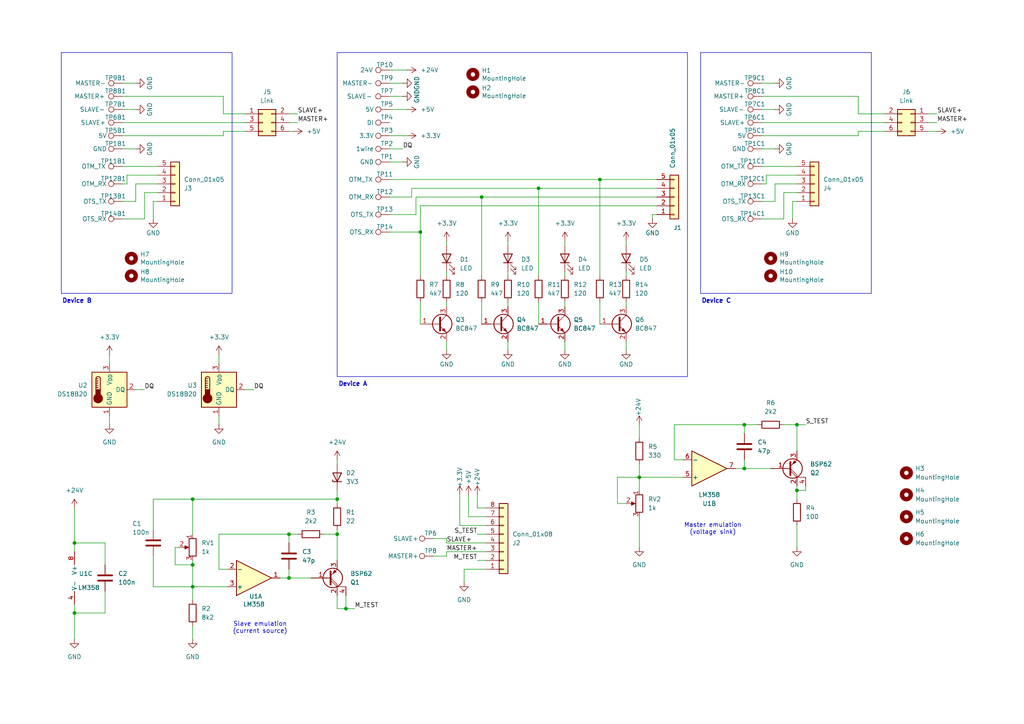
<source format=kicad_sch>
(kicad_sch (version 20250114) (generator "eeschema") (generator_version "9.0")
  (paper "A4")
  (rectangle (start 97.79 15.24) (end 199.39 109.22))
  (rectangle (start 203.2 15.24) (end 252.73 85.09))
  (rectangle (start 17.78 15.24) (end 67.31 85.09))
  (text "Master emulation\n(voltage sink)" (at 206.756 153.416 0) (effects (font (size 1.27 1.27))))
  (text "Slave emulation\n(current source)" (at 75.438 182.118 0) (effects (font (size 1.27 1.27))))
  (text "Device B" (at 22.352 87.376 0) (effects (font (size 1.27 1.27) (thickness 0.254) (bold yes))))
  (text "Device A" (at 102.362 111.506 0) (effects (font (size 1.27 1.27) (thickness 0.254) (bold yes))))
  (text "Device C" (at 207.772 87.376 0) (effects (font (size 1.27 1.27) (thickness 0.254) (bold yes))))
  (junction (at 173.99 52.07))
  (junction (at 121.92 67.31))
  (junction (at 83.82 167.64))
  (junction (at 215.9 123.19))
  (junction (at 97.79 154.94))
  (junction (at 97.79 144.78))
  (junction (at 185.42 138.43))
  (junction (at 100.33 176.53))
  (junction (at 55.88 163.83))
  (junction (at 55.88 144.78))
  (junction (at 231.14 123.19))
  (junction (at 156.21 54.61))
  (junction (at 55.88 170.18))
  (junction (at 231.14 142.24))
  (junction (at 83.82 154.94))
  (junction (at 139.7 57.15))
  (junction (at 215.9 135.89))
  (junction (at 21.59 157.48))
  (junction (at 21.59 177.8))
  (wire (pts (xy 63.5 120.65) (xy 63.5 123.19)))
  (wire (pts (xy 113.03 67.31) (xy 121.92 67.31)))
  (wire (pts (xy 97.79 176.53) (xy 100.33 176.53)))
  (wire (pts (xy 64.77 39.37) (xy 64.77 38.1)))
  (wire (pts (xy 185.42 138.43) (xy 198.12 138.43)))
  (wire (pts (xy 63.5 154.94) (xy 83.82 154.94)))
  (wire (pts (xy 231.14 58.42) (xy 229.87 58.42)))
  (wire (pts (xy 41.91 55.88) (xy 45.72 55.88)))
  (wire (pts (xy 220.98 43.18) (xy 224.79 43.18)))
  (wire (pts (xy 113.03 57.15) (xy 119.38 57.15)))
  (wire (pts (xy 139.7 87.63) (xy 139.7 93.98)))
  (wire (pts (xy 36.83 50.8) (xy 45.72 50.8)))
  (wire (pts (xy 129.54 78.74) (xy 129.54 80.01)))
  (wire (pts (xy 125.73 156.21) (xy 129.54 156.21)))
  (wire (pts (xy 55.88 162.56) (xy 55.88 163.83)))
  (wire (pts (xy 135.89 143.51) (xy 135.89 149.86)))
  (wire (pts (xy 138.43 162.56) (xy 140.97 162.56)))
  (wire (pts (xy 50.8 158.75) (xy 50.8 163.83)))
  (wire (pts (xy 83.82 154.94) (xy 83.82 157.48)))
  (wire (pts (xy 121.92 87.63) (xy 121.92 93.98)))
  (wire (pts (xy 215.9 135.89) (xy 223.52 135.89)))
  (wire (pts (xy 220.98 35.56) (xy 256.54 35.56)))
  (wire (pts (xy 147.32 78.74) (xy 147.32 80.01)))
  (wire (pts (xy 64.77 38.1) (xy 71.12 38.1)))
  (wire (pts (xy 39.37 58.42) (xy 39.37 53.34)))
  (wire (pts (xy 215.9 133.35) (xy 215.9 135.89)))
  (wire (pts (xy 50.8 158.75) (xy 52.07 158.75)))
  (wire (pts (xy 231.14 140.97) (xy 231.14 142.24)))
  (wire (pts (xy 147.32 69.85) (xy 147.32 71.12)))
  (wire (pts (xy 121.92 67.31) (xy 121.92 59.69)))
  (wire (pts (xy 66.04 165.1) (xy 63.5 165.1)))
  (wire (pts (xy 220.98 58.42) (xy 224.79 58.42)))
  (wire (pts (xy 64.77 27.94) (xy 64.77 33.02)))
  (wire (pts (xy 222.25 53.34) (xy 222.25 50.8)))
  (wire (pts (xy 185.42 138.43) (xy 185.42 142.24)))
  (wire (pts (xy 31.75 120.65) (xy 31.75 123.19)))
  (wire (pts (xy 83.82 35.56) (xy 86.36 35.56)))
  (wire (pts (xy 269.24 33.02) (xy 271.78 33.02)))
  (wire (pts (xy 231.14 123.19) (xy 231.14 130.81)))
  (wire (pts (xy 227.33 123.19) (xy 231.14 123.19)))
  (wire (pts (xy 21.59 177.8) (xy 21.59 185.42)))
  (wire (pts (xy 195.58 133.35) (xy 195.58 123.19)))
  (wire (pts (xy 97.79 144.78) (xy 97.79 146.05)))
  (wire (pts (xy 44.45 58.42) (xy 44.45 63.5)))
  (wire (pts (xy 156.21 54.61) (xy 156.21 80.01)))
  (wire (pts (xy 120.65 62.23) (xy 120.65 57.15)))
  (wire (pts (xy 147.32 99.06) (xy 147.32 101.6)))
  (wire (pts (xy 163.83 69.85) (xy 163.83 71.12)))
  (wire (pts (xy 97.79 142.24) (xy 97.79 144.78)))
  (wire (pts (xy 41.91 63.5) (xy 41.91 55.88)))
  (wire (pts (xy 21.59 157.48) (xy 21.59 160.02)))
  (wire (pts (xy 113.03 46.99) (xy 116.84 46.99)))
  (wire (pts (xy 231.14 152.4) (xy 231.14 158.75)))
  (wire (pts (xy 147.32 87.63) (xy 147.32 88.9)))
  (wire (pts (xy 156.21 54.61) (xy 190.5 54.61)))
  (wire (pts (xy 139.7 57.15) (xy 190.5 57.15)))
  (wire (pts (xy 83.82 154.94) (xy 86.36 154.94)))
  (wire (pts (xy 35.56 24.13) (xy 39.37 24.13)))
  (wire (pts (xy 179.07 146.05) (xy 179.07 138.43)))
  (wire (pts (xy 220.98 53.34) (xy 222.25 53.34)))
  (wire (pts (xy 30.48 177.8) (xy 21.59 177.8)))
  (wire (pts (xy 189.23 62.23) (xy 189.23 63.5)))
  (wire (pts (xy 181.61 69.85) (xy 181.61 71.12)))
  (wire (pts (xy 35.56 63.5) (xy 41.91 63.5)))
  (wire (pts (xy 113.03 27.94) (xy 116.84 27.94)))
  (wire (pts (xy 100.33 176.53) (xy 102.87 176.53)))
  (wire (pts (xy 66.04 170.18) (xy 55.88 170.18)))
  (wire (pts (xy 213.36 135.89) (xy 215.9 135.89)))
  (wire (pts (xy 100.33 172.72) (xy 100.33 176.53)))
  (wire (pts (xy 198.12 133.35) (xy 195.58 133.35)))
  (wire (pts (xy 121.92 67.31) (xy 121.92 80.01)))
  (wire (pts (xy 31.75 102.87) (xy 31.75 105.41)))
  (wire (pts (xy 97.79 144.78) (xy 55.88 144.78)))
  (wire (pts (xy 50.8 163.83) (xy 55.88 163.83)))
  (wire (pts (xy 195.58 123.19) (xy 215.9 123.19)))
  (wire (pts (xy 190.5 62.23) (xy 189.23 62.23)))
  (wire (pts (xy 83.82 165.1) (xy 83.82 167.64)))
  (wire (pts (xy 140.97 157.48) (xy 129.54 157.48)))
  (wire (pts (xy 55.88 170.18) (xy 55.88 173.99)))
  (wire (pts (xy 224.79 58.42) (xy 224.79 53.34)))
  (wire (pts (xy 220.98 24.13) (xy 224.79 24.13)))
  (wire (pts (xy 35.56 48.26) (xy 45.72 48.26)))
  (wire (pts (xy 35.56 58.42) (xy 39.37 58.42)))
  (wire (pts (xy 248.92 39.37) (xy 248.92 38.1)))
  (wire (pts (xy 231.14 142.24) (xy 231.14 144.78)))
  (wire (pts (xy 55.88 163.83) (xy 55.88 170.18)))
  (wire (pts (xy 181.61 87.63) (xy 181.61 88.9)))
  (wire (pts (xy 129.54 160.02) (xy 129.54 161.29)))
  (wire (pts (xy 215.9 123.19) (xy 219.71 123.19)))
  (wire (pts (xy 97.79 154.94) (xy 97.79 162.56)))
  (wire (pts (xy 121.92 59.69) (xy 190.5 59.69)))
  (wire (pts (xy 185.42 123.19) (xy 185.42 127)))
  (wire (pts (xy 120.65 57.15) (xy 139.7 57.15)))
  (wire (pts (xy 97.79 153.67) (xy 97.79 154.94)))
  (wire (pts (xy 133.35 143.51) (xy 133.35 152.4)))
  (wire (pts (xy 185.42 149.86) (xy 185.42 158.75)))
  (wire (pts (xy 129.54 156.21) (xy 129.54 157.48)))
  (wire (pts (xy 44.45 170.18) (xy 55.88 170.18)))
  (wire (pts (xy 138.43 154.94) (xy 140.97 154.94)))
  (wire (pts (xy 133.35 152.4) (xy 140.97 152.4)))
  (wire (pts (xy 113.03 43.18) (xy 116.84 43.18)))
  (wire (pts (xy 224.79 53.34) (xy 231.14 53.34)))
  (wire (pts (xy 36.83 53.34) (xy 36.83 50.8)))
  (wire (pts (xy 35.56 43.18) (xy 39.37 43.18)))
  (wire (pts (xy 63.5 165.1) (xy 63.5 154.94)))
  (wire (pts (xy 181.61 146.05) (xy 179.07 146.05)))
  (wire (pts (xy 119.38 54.61) (xy 156.21 54.61)))
  (wire (pts (xy 248.92 27.94) (xy 248.92 33.02)))
  (wire (pts (xy 30.48 163.83) (xy 30.48 157.48)))
  (wire (pts (xy 215.9 123.19) (xy 215.9 125.73)))
  (wire (pts (xy 39.37 53.34) (xy 45.72 53.34)))
  (wire (pts (xy 21.59 175.26) (xy 21.59 177.8)))
  (wire (pts (xy 55.88 144.78) (xy 55.88 154.94)))
  (wire (pts (xy 119.38 57.15) (xy 119.38 54.61)))
  (wire (pts (xy 44.45 144.78) (xy 44.45 153.67)))
  (wire (pts (xy 233.68 142.24) (xy 231.14 142.24)))
  (wire (pts (xy 185.42 134.62) (xy 185.42 138.43)))
  (wire (pts (xy 248.92 33.02) (xy 256.54 33.02)))
  (wire (pts (xy 173.99 52.07) (xy 190.5 52.07)))
  (wire (pts (xy 97.79 172.72) (xy 97.79 176.53)))
  (wire (pts (xy 163.83 99.06) (xy 163.83 101.6)))
  (wire (pts (xy 45.72 58.42) (xy 44.45 58.42)))
  (wire (pts (xy 269.24 35.56) (xy 271.78 35.56)))
  (wire (pts (xy 138.43 143.51) (xy 138.43 147.32)))
  (wire (pts (xy 113.03 39.37) (xy 118.11 39.37)))
  (wire (pts (xy 220.98 31.75) (xy 224.79 31.75)))
  (wire (pts (xy 231.14 123.19) (xy 233.68 123.19)))
  (wire (pts (xy 21.59 147.32) (xy 21.59 157.48)))
  (wire (pts (xy 269.24 38.1) (xy 271.78 38.1)))
  (wire (pts (xy 71.12 113.03) (xy 73.66 113.03)))
  (wire (pts (xy 35.56 27.94) (xy 64.77 27.94)))
  (wire (pts (xy 227.33 63.5) (xy 227.33 55.88)))
  (wire (pts (xy 129.54 161.29) (xy 125.73 161.29)))
  (wire (pts (xy 113.03 20.32) (xy 118.11 20.32)))
  (wire (pts (xy 134.62 165.1) (xy 134.62 168.91)))
  (wire (pts (xy 220.98 48.26) (xy 231.14 48.26)))
  (wire (pts (xy 135.89 149.86) (xy 140.97 149.86)))
  (wire (pts (xy 21.59 157.48) (xy 30.48 157.48)))
  (wire (pts (xy 97.79 133.35) (xy 97.79 134.62)))
  (wire (pts (xy 55.88 144.78) (xy 44.45 144.78)))
  (wire (pts (xy 55.88 181.61) (xy 55.88 185.42)))
  (wire (pts (xy 35.56 53.34) (xy 36.83 53.34)))
  (wire (pts (xy 35.56 39.37) (xy 64.77 39.37)))
  (wire (pts (xy 83.82 38.1) (xy 85.09 38.1)))
  (wire (pts (xy 139.7 57.15) (xy 139.7 80.01)))
  (wire (pts (xy 220.98 63.5) (xy 227.33 63.5)))
  (wire (pts (xy 35.56 35.56) (xy 71.12 35.56)))
  (wire (pts (xy 181.61 99.06) (xy 181.61 101.6)))
  (wire (pts (xy 163.83 78.74) (xy 163.83 80.01)))
  (wire (pts (xy 222.25 50.8) (xy 231.14 50.8)))
  (wire (pts (xy 83.82 167.64) (xy 90.17 167.64)))
  (wire (pts (xy 220.98 39.37) (xy 248.92 39.37)))
  (wire (pts (xy 173.99 87.63) (xy 173.99 93.98)))
  (wire (pts (xy 156.21 87.63) (xy 156.21 93.98)))
  (wire (pts (xy 113.03 24.13) (xy 116.84 24.13)))
  (wire (pts (xy 113.03 31.75) (xy 118.11 31.75)))
  (wire (pts (xy 140.97 147.32) (xy 138.43 147.32)))
  (wire (pts (xy 63.5 102.87) (xy 63.5 105.41)))
  (wire (pts (xy 30.48 171.45) (xy 30.48 177.8)))
  (wire (pts (xy 163.83 87.63) (xy 163.83 88.9)))
  (wire (pts (xy 248.92 38.1) (xy 256.54 38.1)))
  (wire (pts (xy 35.56 31.75) (xy 39.37 31.75)))
  (wire (pts (xy 233.68 140.97) (xy 233.68 142.24)))
  (wire (pts (xy 181.61 78.74) (xy 181.61 80.01)))
  (wire (pts (xy 113.03 52.07) (xy 173.99 52.07)))
  (wire (pts (xy 81.28 167.64) (xy 83.82 167.64)))
  (wire (pts (xy 140.97 160.02) (xy 129.54 160.02)))
  (wire (pts (xy 93.98 154.94) (xy 97.79 154.94)))
  (wire (pts (xy 220.98 27.94) (xy 248.92 27.94)))
  (wire (pts (xy 113.03 62.23) (xy 120.65 62.23)))
  (wire (pts (xy 64.77 33.02) (xy 71.12 33.02)))
  (wire (pts (xy 229.87 58.42) (xy 229.87 63.5)))
  (wire (pts (xy 129.54 87.63) (xy 129.54 88.9)))
  (wire (pts (xy 39.37 113.03) (xy 41.91 113.03)))
  (wire (pts (xy 83.82 33.02) (xy 86.36 33.02)))
  (wire (pts (xy 179.07 138.43) (xy 185.42 138.43)))
  (wire (pts (xy 44.45 170.18) (xy 44.45 161.29)))
  (wire (pts (xy 227.33 55.88) (xy 231.14 55.88)))
  (wire (pts (xy 129.54 69.85) (xy 129.54 71.12)))
  (wire (pts (xy 129.54 99.06) (xy 129.54 101.6)))
  (wire (pts (xy 173.99 52.07) (xy 173.99 80.01)))
  (wire (pts (xy 140.97 165.1) (xy 134.62 165.1)))
  (label "MASTER+" (at 86.36 35.56 0))
  (label "M_TEST" (at 138.43 162.56 180))
  (label "DQ" (at 116.84 43.18 0))
  (label "SLAVE+" (at 129.54 157.48 0))
  (label "S_TEST" (at 233.68 123.19 0))
  (label "M_TEST" (at 102.87 176.53 0))
  (label "DQ" (at 73.66 113.03 0))
  (label "S_TEST" (at 138.43 154.94 180))
  (label "SLAVE+" (at 86.36 33.02 0))
  (label "DQ" (at 41.91 113.03 0))
  (label "SLAVE+" (at 271.78 33.02 0))
  (label "MASTER+" (at 129.54 160.02 0))
  (label "MASTER+" (at 271.78 35.56 0))
  (symbol (lib_id "Connector:TestPoint") (at 35.56 63.5 90) (unit 1) (in_bom no)
    (property "Reference" "TP14B1" (at 36.576 61.976 90) (effects (justify left)))
    (property "Value" "OTS_RX" (at 30.988 63.5 90) (effects (justify left)))
    (property "Footprint" "Library:TestPoint_THTPad_D2.0mm_Drill1.1mm" (effects (hide yes)))
    (property "Description" "test point" (effects (hide yes)))
  )
  (symbol (lib_id "Device:R") (at 90.17 154.94 90) (unit 1)
    (property "Reference" "R3" (at 90.17 148.59 90))
    (property "Value" "2k2" (at 90.17 151.13 90))
    (property "Footprint" "Resistor_SMD:R_0805_2012Metric" (effects (hide yes)))
    (property "Description" "Resistor" (effects (hide yes)))
  )
  (symbol (lib_id "power:GND") (at 181.61 101.6 0) (unit 1)
    (property "Reference" "#PWR036" (effects (hide yes)))
    (property "Value" "GND" (at 181.61 105.664 0))
    (property "Description" "Power symbol creates a global label with name \"GND\" , ground" (effects (hide yes)))
  )
  (symbol (lib_id "Amplifier_Operational:LM358") (at 205.74 135.89 0) (mirror x) (unit 2)
    (property "Reference" "U1" (at 205.74 146.05 0))
    (property "Value" "LM358" (at 205.74 143.51 0))
    (property "Footprint" "Package_SO:SO-8_3.9x4.9mm_P1.27mm" (effects (hide yes)))
  )
  (symbol (lib_id "Device:R") (at 223.52 123.19 90) (unit 1)
    (property "Reference" "R6" (at 223.52 116.84 90))
    (property "Value" "2k2" (at 223.52 119.38 90))
    (property "Footprint" "Resistor_SMD:R_0805_2012Metric" (effects (hide yes)))
    (property "Description" "Resistor" (effects (hide yes)))
  )
  (symbol (lib_id "Mechanical:MountingHole") (at 38.1 80.01 0) (unit 1) (in_bom no)
    (property "Reference" "H8" (at 40.64 78.8416 0) (effects (justify left)))
    (property "Value" "MountingHole" (at 40.64 81.153 0) (effects (justify left)))
    (property "Footprint" "MountingHole:MountingHole_2.7mm_M2.5" (effects (hide yes)))
  )
  (symbol (lib_id "power:GND") (at 134.62 168.91 0) (unit 1)
    (property "Reference" "#PWR06" (effects (hide yes)))
    (property "Value" "GND" (at 134.62 173.99 0))
    (property "Description" "Power symbol creates a global label with name \"GND\" , ground" (effects (hide yes)))
  )
  (symbol (lib_id "Connector:TestPoint") (at 35.56 43.18 90) (unit 1) (in_bom no)
    (property "Reference" "TP1B1" (at 36.576 41.656 90) (effects (justify left)))
    (property "Value" "GND" (at 30.988 43.18 90) (effects (justify left)))
    (property "Footprint" "Library:TestPoint_THTPad_D2.0mm_Drill1.1mm" (effects (hide yes)))
    (property "Description" "test point" (effects (hide yes)))
  )
  (symbol (lib_id "Connector:TestPoint") (at 125.73 161.29 90) (unit 1) (in_bom no)
    (property "Reference" "TP8" (at 126.746 159.766 90) (effects (justify left)))
    (property "Value" "MASTER+" (at 121.412 161.29 90) (effects (justify left)))
    (property "Footprint" "Library:TestPoint_THTPad_D2.0mm_Drill1.1mm" (effects (hide yes)))
    (property "Description" "test point" (effects (hide yes)))
  )
  (symbol (lib_id "Connector_Generic:Conn_01x08") (at 146.05 157.48 0) (mirror x) (unit 1)
    (property "Reference" "J2" (at 148.59 157.4801 0) (effects (justify left)))
    (property "Value" "Conn_01x08" (at 148.59 154.9401 0) (effects (justify left)))
    (property "Footprint" "Connector_PinHeader_2.54mm:PinHeader_1x08_P2.54mm_Vertical" (effects (hide yes)))
    (property "Description" "Generic connector, single row, 01x08, script generated (kicad-library-utils/schlib/autogen/connector/)" (effects (hide yes)))
  )
  (symbol (lib_id "Amplifier_Operational:LM358") (at 24.13 167.64 0) (unit 3)
    (property "Reference" "U1" (at 22.86 166.3699 0) (effects (justify left)))
    (property "Value" "LM358" (at 22.606 170.434 0) (effects (justify left)))
    (property "Footprint" "Package_SO:SO-8_3.9x4.9mm_P1.27mm" (effects (hide yes)))
  )
  (symbol (lib_id "Device:LED") (at 181.61 74.93 90) (unit 1)
    (property "Reference" "D5" (at 185.42 75.2474 90) (effects (justify right)))
    (property "Value" "LED" (at 185.42 77.7874 90) (effects (justify right)))
    (property "Footprint" "LED_SMD:LED_0805_2012Metric" (effects (hide yes)))
    (property "Description" "Light emitting diode" (effects (hide yes)))
    (property "Sim.Pins" "1=K 2=A" (effects (hide yes)))
  )
  (symbol (lib_id "Device:R_Potentiometer") (at 55.88 158.75 0) (mirror y) (unit 1)
    (property "Reference" "RV1" (at 58.42 157.4799 0) (effects (justify right)))
    (property "Value" "1k" (at 58.42 160.0199 0) (effects (justify right)))
    (property "Footprint" "Potentiometer_THT:Potentiometer_Piher_PT-6-V_Vertical" (effects (hide yes)))
    (property "Description" "Potentiometer" (effects (hide yes)))
  )
  (symbol (lib_id "Connector:TestPoint") (at 125.73 156.21 90) (unit 1) (in_bom no)
    (property "Reference" "TP6" (at 126.746 154.686 90) (effects (justify left)))
    (property "Value" "SLAVE+" (at 121.412 156.21 90) (effects (justify left)))
    (property "Footprint" "Library:TestPoint_THTPad_D2.0mm_Drill1.1mm" (effects (hide yes)))
    (property "Description" "test point" (effects (hide yes)))
  )
  (symbol (lib_id "power:GND") (at 39.37 31.75 90) (unit 1)
    (property "Reference" "#PWR013" (effects (hide yes)))
    (property "Value" "GND" (at 43.434 31.75 0))
    (property "Description" "Power symbol creates a global label with name \"GND\" , ground" (effects (hide yes)))
  )
  (symbol (lib_id "Connector:TestPoint") (at 35.56 58.42 90) (unit 1) (in_bom no)
    (property "Reference" "TP13B1" (at 36.576 56.896 90) (effects (justify left)))
    (property "Value" "OTS_TX" (at 30.988 58.42 90) (effects (justify left)))
    (property "Footprint" "Library:TestPoint_THTPad_D2.0mm_Drill1.1mm" (effects (hide yes)))
    (property "Description" "test point" (effects (hide yes)))
  )
  (symbol (lib_id "Device:LED") (at 163.83 74.93 90) (unit 1)
    (property "Reference" "D4" (at 167.64 75.2474 90) (effects (justify right)))
    (property "Value" "LED" (at 167.64 77.7874 90) (effects (justify right)))
    (property "Footprint" "LED_SMD:LED_0805_2012Metric" (effects (hide yes)))
    (property "Description" "Light emitting diode" (effects (hide yes)))
    (property "Sim.Pins" "1=K 2=A" (effects (hide yes)))
  )
  (symbol (lib_id "Connector:TestPoint") (at 35.56 48.26 90) (unit 1) (in_bom no)
    (property "Reference" "TP11B1" (at 36.576 46.736 90) (effects (justify left)))
    (property "Value" "OTM_TX" (at 30.734 48.26 90) (effects (justify left)))
    (property "Footprint" "Library:TestPoint_THTPad_D2.0mm_Drill1.1mm" (effects (hide yes)))
    (property "Description" "test point" (effects (hide yes)))
  )
  (symbol (lib_id "power:+24V") (at 138.43 143.51 0) (unit 1)
    (property "Reference" "#PWR08" (effects (hide yes)))
    (property "Value" "+24V" (at 138.43 138.43 90))
    (property "Description" "Power symbol creates a global label with name \"+24V\"" (effects (hide yes)))
  )
  (symbol (lib_id "Device:LED") (at 147.32 74.93 90) (unit 1)
    (property "Reference" "D3" (at 151.13 75.2474 90) (effects (justify right)))
    (property "Value" "LED" (at 151.13 77.7874 90) (effects (justify right)))
    (property "Footprint" "LED_SMD:LED_0805_2012Metric" (effects (hide yes)))
    (property "Description" "Light emitting diode" (effects (hide yes)))
    (property "Sim.Pins" "1=K 2=A" (effects (hide yes)))
  )
  (symbol (lib_id "Transistor_BJT:BC847") (at 144.78 93.98 0) (unit 1)
    (property "Reference" "Q4" (at 149.86 92.7099 0) (effects (justify left)))
    (property "Value" "BC847" (at 149.86 95.2499 0) (effects (justify left)))
    (property "Footprint" "Package_TO_SOT_SMD:SOT-23" (effects (hide yes)))
    (property "Datasheet" "http://www.infineon.com/dgdl/Infineon-BC847SERIES_BC848SERIES_BC849SERIES_BC850SERIES-DS-v01_01-en.pdf?fileId=db3a304314dca389011541d4630a1657" (effects (hide yes)))
    (property "Description" "0.1A Ic, 45V Vce, NPN Transistor, SOT-23" (effects (hide yes)))
  )
  (symbol (lib_id "Connector:TestPoint") (at 113.03 27.94 90) (unit 1) (in_bom no)
    (property "Reference" "TP7" (at 114.046 26.416 90) (effects (justify left)))
    (property "Value" "SLAVE-" (at 107.95 27.94 90) (effects (justify left)))
    (property "Footprint" "Library:TestPoint_THTPad_D2.0mm_Drill1.1mm" (effects (hide yes)))
    (property "Description" "test point" (effects (hide yes)))
  )
  (symbol (lib_id "Amplifier_Operational:LM358") (at 73.66 167.64 0) (mirror x) (unit 1)
    (property "Reference" "U1" (at 74.168 172.974 0))
    (property "Value" "LM358" (at 73.66 175.26 0))
    (property "Footprint" "Package_SO:SO-8_3.9x4.9mm_P1.27mm" (effects (hide yes)))
  )
  (symbol (lib_id "Connector:TestPoint") (at 35.56 39.37 90) (unit 1) (in_bom no)
    (property "Reference" "TP5B1" (at 36.576 37.846 90) (effects (justify left)))
    (property "Value" "5V" (at 30.988 39.37 90) (effects (justify left)))
    (property "Footprint" "Library:TestPoint_THTPad_D2.0mm_Drill1.1mm" (effects (hide yes)))
    (property "Description" "test point" (effects (hide yes)))
  )
  (symbol (lib_id "power:+5V") (at 271.78 38.1 270) (unit 1)
    (property "Reference" "#PWR022" (effects (hide yes)))
    (property "Value" "+5V" (at 275.59 38.0999 90) (effects (justify left)))
    (property "Description" "Power symbol creates a global label with name \"+5V\"" (effects (hide yes)))
  )
  (symbol (lib_id "Connector:TestPoint") (at 113.03 62.23 90) (unit 1) (in_bom no)
    (property "Reference" "TP13" (at 114.046 60.706 90) (effects (justify left)))
    (property "Value" "OTS_TX" (at 108.458 62.23 90) (effects (justify left)))
    (property "Footprint" "Library:TestPoint_THTPad_D2.0mm_Drill1.1mm" (effects (hide yes)))
    (property "Description" "test point" (effects (hide yes)))
  )
  (symbol (lib_id "Connector:TestPoint") (at 220.98 31.75 90) (unit 1) (in_bom no)
    (property "Reference" "TP7C1" (at 221.996 30.226 90) (effects (justify left)))
    (property "Value" "SLAVE-" (at 215.9 31.75 90) (effects (justify left)))
    (property "Footprint" "Library:TestPoint_THTPad_D2.0mm_Drill1.1mm" (effects (hide yes)))
    (property "Description" "test point" (effects (hide yes)))
  )
  (symbol (lib_name "MountingHole_1") (lib_id "Mechanical:MountingHole") (at 262.89 143.51 0) (unit 1) (in_bom no)
    (property "Reference" "H4" (at 265.43 142.2399 0) (effects (justify left)))
    (property "Value" "MountingHole" (at 265.43 144.7799 0) (effects (justify left)))
    (property "Footprint" "MountingHole:MountingHole_3.2mm_M3_DIN965_Pad" (effects (hide yes)))
    (property "Description" "Mounting Hole without connection" (effects (hide yes)))
  )
  (symbol (lib_id "power:GND") (at 129.54 101.6 0) (unit 1)
    (property "Reference" "#PWR029" (effects (hide yes)))
    (property "Value" "GND" (at 129.54 105.664 0))
    (property "Description" "Power symbol creates a global label with name \"GND\" , ground" (effects (hide yes)))
  )
  (symbol (lib_id "Connector_Generic:Conn_02x03_Odd_Even") (at 76.2 35.56 0) (unit 1)
    (property "Reference" "J5" (at 77.47 26.67 0))
    (property "Value" "Link" (at 77.47 29.21 0))
    (property "Footprint" "Connector_PinHeader_2.54mm:PinHeader_2x03_P2.54mm_Vertical" (effects (hide yes)))
    (property "Description" "Generic connector, double row, 02x03, odd/even pin numbering scheme (row 1 odd numbers, row 2 even numbers), script generated (kicad-library-utils/schlib/autogen/connector/)" (effects (hide yes)))
  )
  (symbol (lib_id "power:GND") (at 63.5 123.19 0) (unit 1)
    (property "Reference" "#PWR040" (effects (hide yes)))
    (property "Value" "GND" (at 63.5 128.27 0))
    (property "Description" "Power symbol creates a global label with name \"GND\" , ground" (effects (hide yes)))
  )
  (symbol (lib_id "Device:R") (at 139.7 83.82 180) (unit 1)
    (property "Reference" "R9" (at 142.24 82.5499 0) (effects (justify right)))
    (property "Value" "4k7" (at 142.24 85.0899 0) (effects (justify right)))
    (property "Footprint" "Resistor_SMD:R_0805_2012Metric" (effects (hide yes)))
    (property "Description" "Resistor" (effects (hide yes)))
  )
  (symbol (lib_id "power:+3.3V") (at 147.32 69.85 0) (unit 1)
    (property "Reference" "#PWR031" (effects (hide yes)))
    (property "Value" "+3.3V" (at 147.32 64.77 0))
    (property "Description" "Power symbol creates a global label with name \"+3.3V\"" (effects (hide yes)))
  )
  (symbol (lib_id "power:+5V") (at 85.09 38.1 270) (unit 1)
    (property "Reference" "#PWR021" (effects (hide yes)))
    (property "Value" "+5V" (at 88.9 38.0999 90) (effects (justify left)))
    (property "Description" "Power symbol creates a global label with name \"+5V\"" (effects (hide yes)))
  )
  (symbol (lib_id "Connector:TestPoint") (at 220.98 58.42 90) (unit 1) (in_bom no)
    (property "Reference" "TP13C1" (at 221.996 56.896 90) (effects (justify left)))
    (property "Value" "OTS_TX" (at 216.408 58.42 90) (effects (justify left)))
    (property "Footprint" "Library:TestPoint_THTPad_D2.0mm_Drill1.1mm" (effects (hide yes)))
    (property "Description" "test point" (effects (hide yes)))
  )
  (symbol (lib_id "power:+24V") (at 21.59 147.32 0) (unit 1)
    (property "Reference" "#PWR07" (effects (hide yes)))
    (property "Value" "+24V" (at 21.59 142.24 0))
    (property "Description" "Power symbol creates a global label with name \"+24V\"" (effects (hide yes)))
  )
  (symbol (lib_id "power:GND") (at 39.37 24.13 90) (unit 1)
    (property "Reference" "#PWR012" (effects (hide yes)))
    (property "Value" "GND" (at 43.434 26.162 0) (effects (justify left)))
    (property "Description" "Power symbol creates a global label with name \"GND\" , ground" (effects (hide yes)))
  )
  (symbol (lib_id "Mechanical:MountingHole") (at 137.16 26.67 0) (unit 1) (in_bom no)
    (property "Reference" "H2" (at 139.7 25.5016 0) (effects (justify left)))
    (property "Value" "MountingHole" (at 139.7 27.813 0) (effects (justify left)))
    (property "Footprint" "MountingHole:MountingHole_2.7mm_M2.5" (effects (hide yes)))
  )
  (symbol (lib_id "power:GND") (at 189.23 63.5 0) (unit 1)
    (property "Reference" "#PWR011" (effects (hide yes)))
    (property "Value" "GND" (at 189.23 67.564 0))
    (property "Description" "Power symbol creates a global label with name \"GND\" , ground" (effects (hide yes)))
  )
  (symbol (lib_id "Connector:TestPoint") (at 113.03 20.32 90) (unit 1) (in_bom no)
    (property "Reference" "TP10" (at 114.046 18.796 90) (effects (justify left)))
    (property "Value" "24V" (at 108.204 20.32 90) (effects (justify left)))
    (property "Footprint" "Library:TestPoint_THTPad_D2.0mm_Drill1.1mm" (effects (hide yes)))
    (property "Description" "test point" (effects (hide yes)))
  )
  (symbol (lib_id "Device:LED") (at 129.54 74.93 90) (unit 1)
    (property "Reference" "D1" (at 133.35 75.2474 90) (effects (justify right)))
    (property "Value" "LED" (at 133.35 77.7874 90) (effects (justify right)))
    (property "Footprint" "LED_SMD:LED_0805_2012Metric" (effects (hide yes)))
    (property "Description" "Light emitting diode" (effects (hide yes)))
    (property "Sim.Pins" "1=K 2=A" (effects (hide yes)))
  )
  (symbol (lib_name "MountingHole_1") (lib_id "Mechanical:MountingHole") (at 262.89 149.86 0) (unit 1)
    (property "Reference" "H5" (at 265.43 148.5899 0) (effects (justify left)))
    (property "Value" "MountingHole" (at 265.43 151.1299 0) (effects (justify left)))
    (property "Footprint" "MountingHole:MountingHole_3.2mm_M3_DIN965_Pad" (effects (hide yes)))
    (property "Description" "Mounting Hole without connection" (effects (hide yes)))
  )
  (symbol (lib_id "power:GND") (at 147.32 101.6 0) (unit 1)
    (property "Reference" "#PWR032" (effects (hide yes)))
    (property "Value" "GND" (at 147.32 105.664 0))
    (property "Description" "Power symbol creates a global label with name \"GND\" , ground" (effects (hide yes)))
  )
  (symbol (lib_id "power:+3.3V") (at 118.11 39.37 270) (unit 1)
    (property "Reference" "#PWR023" (effects (hide yes)))
    (property "Value" "+3.3V" (at 121.92 39.3699 90) (effects (justify left)))
    (property "Description" "Power symbol creates a global label with name \"+3.3V\"" (effects (hide yes)))
  )
  (symbol (lib_id "Device:R") (at 231.14 148.59 0) (unit 1)
    (property "Reference" "R4" (at 233.68 147.3199 0) (effects (justify left)))
    (property "Value" "100" (at 233.68 149.8599 0) (effects (justify left)))
    (property "Footprint" "Resistor_SMD:R_0805_2012Metric" (effects (hide yes)))
    (property "Description" "Resistor" (effects (hide yes)))
  )
  (symbol (lib_id "power:+3.3V") (at 63.5 102.87 0) (unit 1)
    (property "Reference" "#PWR039" (effects (hide yes)))
    (property "Value" "+3.3V" (at 63.5 97.79 0))
    (property "Description" "Power symbol creates a global label with name \"+3.3V\"" (effects (hide yes)))
  )
  (symbol (lib_id "Device:R") (at 147.32 83.82 180) (unit 1)
    (property "Reference" "R10" (at 149.86 82.5499 0) (effects (justify right)))
    (property "Value" "120" (at 149.86 85.0899 0) (effects (justify right)))
    (property "Footprint" "Resistor_SMD:R_0805_2012Metric" (effects (hide yes)))
    (property "Description" "Resistor" (effects (hide yes)))
  )
  (symbol (lib_id "power:GND") (at 231.14 158.75 0) (unit 1)
    (property "Reference" "#PWR027" (effects (hide yes)))
    (property "Value" "GND" (at 231.14 163.83 0))
    (property "Description" "Power symbol creates a global label with name \"GND\" , ground" (effects (hide yes)))
  )
  (symbol (lib_id "power:GND") (at 21.59 185.42 0) (unit 1)
    (property "Reference" "#PWR04" (effects (hide yes)))
    (property "Value" "GND" (at 21.59 190.5 0))
    (property "Description" "Power symbol creates a global label with name \"GND\" , ground" (effects (hide yes)))
  )
  (symbol (lib_id "power:GND") (at 116.84 27.94 90) (unit 1)
    (property "Reference" "#PWR02" (effects (hide yes)))
    (property "Value" "GND" (at 120.904 27.94 0))
    (property "Description" "Power symbol creates a global label with name \"GND\" , ground" (effects (hide yes)))
  )
  (symbol (lib_id "Connector:TestPoint") (at 113.03 31.75 90) (unit 1) (in_bom no)
    (property "Reference" "TP5" (at 114.046 30.226 90) (effects (justify left)))
    (property "Value" "5V" (at 108.458 31.75 90) (effects (justify left)))
    (property "Footprint" "Library:TestPoint_THTPad_D2.0mm_Drill1.1mm" (effects (hide yes)))
    (property "Description" "test point" (effects (hide yes)))
  )
  (symbol (lib_id "Transistor_BJT:BC847") (at 127 93.98 0) (unit 1)
    (property "Reference" "Q3" (at 132.08 92.7099 0) (effects (justify left)))
    (property "Value" "BC847" (at 132.08 95.2499 0) (effects (justify left)))
    (property "Footprint" "Package_TO_SOT_SMD:SOT-23" (effects (hide yes)))
    (property "Datasheet" "http://www.infineon.com/dgdl/Infineon-BC847SERIES_BC848SERIES_BC849SERIES_BC850SERIES-DS-v01_01-en.pdf?fileId=db3a304314dca389011541d4630a1657" (effects (hide yes)))
    (property "Description" "0.1A Ic, 45V Vce, NPN Transistor, SOT-23" (effects (hide yes)))
  )
  (symbol (lib_id "Mechanical:MountingHole") (at 137.16 21.59 0) (unit 1) (in_bom no)
    (property "Reference" "H1" (at 139.7 20.4216 0) (effects (justify left)))
    (property "Value" "MountingHole" (at 139.7 22.733 0) (effects (justify left)))
    (property "Footprint" "MountingHole:MountingHole_2.7mm_M2.5" (effects (hide yes)))
  )
  (symbol (lib_id "Connector:TestPoint") (at 220.98 35.56 90) (unit 1) (in_bom no)
    (property "Reference" "TP6C1" (at 221.996 34.036 90) (effects (justify left)))
    (property "Value" "SLAVE+" (at 216.154 35.56 90) (effects (justify left)))
    (property "Footprint" "Library:TestPoint_THTPad_D2.0mm_Drill1.1mm" (effects (hide yes)))
    (property "Description" "test point" (effects (hide yes)))
  )
  (symbol (lib_id "power:GND") (at 55.88 185.42 0) (unit 1)
    (property "Reference" "#PWR01" (effects (hide yes)))
    (property "Value" "GND" (at 55.88 190.5 0))
    (property "Description" "Power symbol creates a global label with name \"GND\" , ground" (effects (hide yes)))
  )
  (symbol (lib_id "power:+3.3V") (at 133.35 143.51 0) (unit 1)
    (property "Reference" "#PWR024" (effects (hide yes)))
    (property "Value" "+3.3V" (at 133.35 138.43 90))
    (property "Description" "Power symbol creates a global label with name \"+3.3V\"" (effects (hide yes)))
  )
  (symbol (lib_id "Connector:TestPoint") (at 113.03 43.18 90) (unit 1) (in_bom no)
    (property "Reference" "TP2" (at 114.046 41.656 90) (effects (justify left)))
    (property "Value" "1wire" (at 108.458 43.18 90) (effects (justify left)))
    (property "Footprint" "Library:TestPoint_THTPad_D2.0mm_Drill1.1mm" (effects (hide yes)))
    (property "Description" "test point" (effects (hide yes)))
  )
  (symbol (lib_id "Mechanical:MountingHole") (at 223.52 80.01 0) (unit 1) (in_bom no)
    (property "Reference" "H10" (at 226.06 78.8416 0) (effects (justify left)))
    (property "Value" "MountingHole" (at 226.06 81.153 0) (effects (justify left)))
    (property "Footprint" "MountingHole:MountingHole_2.7mm_M2.5" (effects (hide yes)))
  )
  (symbol (lib_name "MountingHole_1") (lib_id "Mechanical:MountingHole") (at 262.89 156.21 0) (unit 1)
    (property "Reference" "H6" (at 265.43 154.9399 0) (effects (justify left)))
    (property "Value" "MountingHole" (at 265.43 157.4799 0) (effects (justify left)))
    (property "Footprint" "MountingHole:MountingHole_3.2mm_M3_DIN965_Pad" (effects (hide yes)))
    (property "Description" "Mounting Hole without connection" (effects (hide yes)))
  )
  (symbol (lib_id "power:GND") (at 116.84 24.13 90) (unit 1)
    (property "Reference" "#PWR03" (effects (hide yes)))
    (property "Value" "GND" (at 120.904 26.162 0) (effects (justify left)))
    (property "Description" "Power symbol creates a global label with name \"GND\" , ground" (effects (hide yes)))
  )
  (symbol (lib_id "Connector:TestPoint") (at 113.03 46.99 90) (unit 1) (in_bom no)
    (property "Reference" "TP1" (at 114.046 45.466 90) (effects (justify left)))
    (property "Value" "GND" (at 108.458 46.99 90) (effects (justify left)))
    (property "Footprint" "Library:TestPoint_THTPad_D2.0mm_Drill1.1mm" (effects (hide yes)))
    (property "Description" "test point" (effects (hide yes)))
  )
  (symbol (lib_id "Device:R") (at 185.42 130.81 180) (unit 1)
    (property "Reference" "R5" (at 187.96 129.5399 0) (effects (justify right)))
    (property "Value" "330" (at 187.96 132.0799 0) (effects (justify right)))
    (property "Footprint" "Resistor_SMD:R_0805_2012Metric" (effects (hide yes)))
    (property "Description" "Resistor" (effects (hide yes)))
  )
  (symbol (lib_id "power:+3.3V") (at 181.61 69.85 0) (unit 1)
    (property "Reference" "#PWR035" (effects (hide yes)))
    (property "Value" "+3.3V" (at 181.61 64.77 0))
    (property "Description" "Power symbol creates a global label with name \"+3.3V\"" (effects (hide yes)))
  )
  (symbol (lib_id "power:+24V") (at 118.11 20.32 270) (unit 1)
    (property "Reference" "#PWR09" (effects (hide yes)))
    (property "Value" "+24V" (at 121.92 20.3199 90) (effects (justify left)))
    (property "Description" "Power symbol creates a global label with name \"+24V\"" (effects (hide yes)))
  )
  (symbol (lib_id "Connector:TestPoint") (at 35.56 53.34 90) (unit 1) (in_bom no)
    (property "Reference" "TP12B1" (at 36.576 51.816 90) (effects (justify left)))
    (property "Value" "OTM_RX" (at 30.988 53.34 90) (effects (justify left)))
    (property "Footprint" "Library:TestPoint_THTPad_D2.0mm_Drill1.1mm" (effects (hide yes)))
    (property "Description" "test point" (effects (hide yes)))
  )
  (symbol (lib_id "Connector_Generic:Conn_01x05") (at 195.58 57.15 0) (mirror x) (unit 1)
    (property "Reference" "J1" (at 195.326 66.04 0) (effects (justify left)))
    (property "Value" "Conn_01x05" (at 195.072 37.084 90) (effects (justify left)))
    (property "Footprint" "Connector_PinHeader_2.54mm:PinHeader_1x05_P2.54mm_Vertical" (effects (hide yes)))
    (property "Description" "Generic connector, single row, 01x05, script generated (kicad-library-utils/schlib/autogen/connector/)" (effects (hide yes)))
  )
  (symbol (lib_id "Connector:TestPoint") (at 35.56 27.94 90) (unit 1) (in_bom no)
    (property "Reference" "TP8B1" (at 36.576 26.416 90) (effects (justify left)))
    (property "Value" "MASTER+" (at 30.48 27.94 90) (effects (justify left)))
    (property "Footprint" "Library:TestPoint_THTPad_D2.0mm_Drill1.1mm" (effects (hide yes)))
    (property "Description" "test point" (effects (hide yes)))
  )
  (symbol (lib_id "Mechanical:MountingHole") (at 38.1 74.93 0) (unit 1) (in_bom no)
    (property "Reference" "H7" (at 40.64 73.7616 0) (effects (justify left)))
    (property "Value" "MountingHole" (at 40.64 76.073 0) (effects (justify left)))
    (property "Footprint" "MountingHole:MountingHole_2.7mm_M2.5" (effects (hide yes)))
  )
  (symbol (lib_id "power:GND") (at 31.75 123.19 0) (unit 1)
    (property "Reference" "#PWR037" (effects (hide yes)))
    (property "Value" "GND" (at 31.75 128.27 0))
    (property "Description" "Power symbol creates a global label with name \"GND\" , ground" (effects (hide yes)))
  )
  (symbol (lib_id "Connector:TestPoint") (at 35.56 35.56 90) (unit 1) (in_bom no)
    (property "Reference" "TP6B1" (at 36.576 34.036 90) (effects (justify left)))
    (property "Value" "SLAVE+" (at 30.734 35.56 90) (effects (justify left)))
    (property "Footprint" "Library:TestPoint_THTPad_D2.0mm_Drill1.1mm" (effects (hide yes)))
    (property "Description" "test point" (effects (hide yes)))
  )
  (symbol (lib_id "power:+3.3V") (at 31.75 102.87 0) (unit 1)
    (property "Reference" "#PWR038" (effects (hide yes)))
    (property "Value" "+3.3V" (at 31.75 97.79 0))
    (property "Description" "Power symbol creates a global label with name \"+3.3V\"" (effects (hide yes)))
  )
  (symbol (lib_id "power:GND") (at 163.83 101.6 0) (unit 1)
    (property "Reference" "#PWR034" (effects (hide yes)))
    (property "Value" "GND" (at 163.83 105.664 0))
    (property "Description" "Power symbol creates a global label with name \"GND\" , ground" (effects (hide yes)))
  )
  (symbol (lib_id "Device:C") (at 30.48 167.64 0) (unit 1)
    (property "Reference" "C2" (at 34.29 166.3699 0) (effects (justify left)))
    (property "Value" "100n" (at 34.29 168.9099 0) (effects (justify left)))
    (property "Footprint" "Capacitor_SMD:C_0805_2012Metric" (effects (hide yes)))
    (property "Description" "Unpolarized capacitor" (effects (hide yes)))
  )
  (symbol (lib_id "Device:R") (at 97.79 149.86 0) (unit 1)
    (property "Reference" "R1" (at 100.33 148.5899 0) (effects (justify left)))
    (property "Value" "22" (at 100.33 151.1299 0) (effects (justify left)))
    (property "Footprint" "Resistor_SMD:R_0805_2012Metric" (effects (hide yes)))
    (property "Description" "Resistor" (effects (hide yes)))
  )
  (symbol (lib_id "Device:D_Zener") (at 97.79 138.43 90) (unit 1)
    (property "Reference" "D2" (at 100.33 137.1599 90) (effects (justify right)))
    (property "Value" "3V3" (at 100.33 139.6999 90) (effects (justify right)))
    (property "Footprint" "Diode_SMD:D_MiniMELF" (effects (hide yes)))
    (property "Description" "Zener diode" (effects (hide yes)))
  )
  (symbol (lib_id "power:GND") (at 224.79 43.18 90) (unit 1)
    (property "Reference" "#PWR019" (effects (hide yes)))
    (property "Value" "GND" (at 228.854 43.18 0))
    (property "Description" "Power symbol creates a global label with name \"GND\" , ground" (effects (hide yes)))
  )
  (symbol (lib_id "Device:C") (at 44.45 157.48 180) (unit 1)
    (property "Reference" "C1" (at 38.354 151.892 0) (effects (justify right)))
    (property "Value" "100n" (at 38.354 154.432 0) (effects (justify right)))
    (property "Footprint" "Capacitor_SMD:C_0805_2012Metric" (effects (hide yes)))
    (property "Description" "Unpolarized capacitor" (effects (hide yes)))
  )
  (symbol (lib_id "Device:R_Potentiometer") (at 185.42 146.05 0) (mirror y) (unit 1)
    (property "Reference" "RV2" (at 187.96 144.7799 0) (effects (justify right)))
    (property "Value" "1k" (at 187.96 147.3199 0) (effects (justify right)))
    (property "Footprint" "Potentiometer_THT:Potentiometer_Piher_PT-6-V_Vertical" (effects (hide yes)))
    (property "Description" "Potentiometer" (effects (hide yes)))
  )
  (symbol (lib_id "power:+24V") (at 97.79 133.35 0) (unit 1)
    (property "Reference" "#PWR05" (effects (hide yes)))
    (property "Value" "+24V" (at 97.79 128.27 0))
    (property "Description" "Power symbol creates a global label with name \"+24V\"" (effects (hide yes)))
  )
  (symbol (lib_id "Device:R") (at 181.61 83.82 180) (unit 1)
    (property "Reference" "R14" (at 184.15 82.5499 0) (effects (justify right)))
    (property "Value" "120" (at 184.15 85.0899 0) (effects (justify right)))
    (property "Footprint" "Resistor_SMD:R_0805_2012Metric" (effects (hide yes)))
    (property "Description" "Resistor" (effects (hide yes)))
  )
  (symbol (lib_id "Device:C") (at 83.82 161.29 0) (unit 1)
    (property "Reference" "C3" (at 87.63 160.0199 0) (effects (justify left)))
    (property "Value" "47p" (at 87.63 162.5599 0) (effects (justify left)))
    (property "Footprint" "Capacitor_SMD:C_0805_2012Metric" (effects (hide yes)))
    (property "Description" "Unpolarized capacitor" (effects (hide yes)))
  )
  (symbol (lib_id "Device:Q_PNP_Darlington_BCEC") (at 95.25 167.64 0) (mirror x) (unit 1)
    (property "Reference" "Q1" (at 101.6 168.9101 0) (effects (justify left)))
    (property "Value" "BSP62" (at 101.6 166.3701 0) (effects (justify left)))
    (property "Footprint" "Package_TO_SOT_SMD:SOT-223" (effects (hide yes)))
    (property "Description" "PNP Darlington transistor, base/collector/emitter, collector connected to mounting plane" (effects (hide yes)))
  )
  (symbol (lib_id "Connector:TestPoint") (at 220.98 24.13 90) (unit 1) (in_bom no)
    (property "Reference" "TP9C1" (at 221.996 22.606 90) (effects (justify left)))
    (property "Value" "MASTER-" (at 216.154 24.13 90) (effects (justify left)))
    (property "Footprint" "Library:TestPoint_THTPad_D2.0mm_Drill1.1mm" (effects (hide yes)))
    (property "Description" "test point" (effects (hide yes)))
  )
  (symbol (lib_id "power:GND") (at 224.79 31.75 90) (unit 1)
    (property "Reference" "#PWR018" (effects (hide yes)))
    (property "Value" "GND" (at 228.854 31.75 0))
    (property "Description" "Power symbol creates a global label with name \"GND\" , ground" (effects (hide yes)))
  )
  (symbol (lib_id "Connector:TestPoint") (at 113.03 24.13 90) (unit 1) (in_bom no)
    (property "Reference" "TP9" (at 114.046 22.606 90) (effects (justify left)))
    (property "Value" "MASTER-" (at 108.204 24.13 90) (effects (justify left)))
    (property "Footprint" "Library:TestPoint_THTPad_D2.0mm_Drill1.1mm" (effects (hide yes)))
    (property "Description" "test point" (effects (hide yes)))
  )
  (symbol (lib_id "Device:R") (at 173.99 83.82 180) (unit 1)
    (property "Reference" "R13" (at 176.53 82.5499 0) (effects (justify right)))
    (property "Value" "4k7" (at 176.53 85.0899 0) (effects (justify right)))
    (property "Footprint" "Resistor_SMD:R_0805_2012Metric" (effects (hide yes)))
    (property "Description" "Resistor" (effects (hide yes)))
  )
  (symbol (lib_id "power:+24V") (at 185.42 123.19 0) (unit 1)
    (property "Reference" "#PWR026" (effects (hide yes)))
    (property "Value" "+24V" (at 185.166 118.11 90))
    (property "Description" "Power symbol creates a global label with name \"+24V\"" (effects (hide yes)))
  )
  (symbol (lib_id "Connector_Generic:Conn_01x05") (at 50.8 53.34 0) (mirror x) (unit 1)
    (property "Reference" "J3" (at 53.34 54.6101 0) (effects (justify left)))
    (property "Value" "Conn_01x05" (at 53.34 52.0701 0) (effects (justify left)))
    (property "Footprint" "Connector_PinHeader_2.54mm:PinHeader_1x05_P2.54mm_Vertical" (effects (hide yes)))
    (property "Description" "Generic connector, single row, 01x05, script generated (kicad-library-utils/schlib/autogen/connector/)" (effects (hide yes)))
  )
  (symbol (lib_id "Connector:TestPoint") (at 220.98 27.94 90) (unit 1) (in_bom no)
    (property "Reference" "TP8C1" (at 221.996 26.416 90) (effects (justify left)))
    (property "Value" "MASTER+" (at 215.9 27.94 90) (effects (justify left)))
    (property "Footprint" "Library:TestPoint_THTPad_D2.0mm_Drill1.1mm" (effects (hide yes)))
    (property "Description" "test point" (effects (hide yes)))
  )
  (symbol (lib_id "power:+3.3V") (at 163.83 69.85 0) (unit 1)
    (property "Reference" "#PWR033" (effects (hide yes)))
    (property "Value" "+3.3V" (at 163.83 64.77 0))
    (property "Description" "Power symbol creates a global label with name \"+3.3V\"" (effects (hide yes)))
  )
  (symbol (lib_id "Device:R") (at 55.88 177.8 0) (unit 1)
    (property "Reference" "R2" (at 58.42 176.5299 0) (effects (justify left)))
    (property "Value" "8k2" (at 58.42 179.0699 0) (effects (justify left)))
    (property "Footprint" "Resistor_SMD:R_0805_2012Metric" (effects (hide yes)))
    (property "Description" "Resistor" (effects (hide yes)))
  )
  (symbol (lib_id "Connector:TestPoint") (at 220.98 53.34 90) (unit 1) (in_bom no)
    (property "Reference" "TP12C1" (at 221.996 51.816 90) (effects (justify left)))
    (property "Value" "OTM_RX" (at 216.408 53.34 90) (effects (justify left)))
    (property "Footprint" "Library:TestPoint_THTPad_D2.0mm_Drill1.1mm" (effects (hide yes)))
    (property "Description" "test point" (effects (hide yes)))
  )
  (symbol (lib_id "Device:R") (at 156.21 83.82 180) (unit 1)
    (property "Reference" "R11" (at 158.75 82.5499 0) (effects (justify right)))
    (property "Value" "4k7" (at 158.75 85.0899 0) (effects (justify right)))
    (property "Footprint" "Resistor_SMD:R_0805_2012Metric" (effects (hide yes)))
    (property "Description" "Resistor" (effects (hide yes)))
  )
  (symbol (lib_id "Connector:TestPoint") (at 220.98 39.37 90) (unit 1) (in_bom no)
    (property "Reference" "TP5C1" (at 221.996 37.846 90) (effects (justify left)))
    (property "Value" "5V" (at 216.408 39.37 90) (effects (justify left)))
    (property "Footprint" "Library:TestPoint_THTPad_D2.0mm_Drill1.1mm" (effects (hide yes)))
    (property "Description" "test point" (effects (hide yes)))
  )
  (symbol (lib_id "Connector:TestPoint") (at 220.98 43.18 90) (unit 1) (in_bom no)
    (property "Reference" "TP1C1" (at 221.996 41.656 90) (effects (justify left)))
    (property "Value" "GND" (at 216.408 43.18 90) (effects (justify left)))
    (property "Footprint" "Library:TestPoint_THTPad_D2.0mm_Drill1.1mm" (effects (hide yes)))
    (property "Description" "test point" (effects (hide yes)))
  )
  (symbol (lib_id "Connector:TestPoint") (at 113.03 39.37 90) (unit 1) (in_bom no)
    (property "Reference" "TP3" (at 114.046 37.846 90) (effects (justify left)))
    (property "Value" "3.3V" (at 108.458 39.37 90) (effects (justify left)))
    (property "Footprint" "Library:TestPoint_THTPad_D2.0mm_Drill1.1mm" (effects (hide yes)))
    (property "Description" "test point" (effects (hide yes)))
  )
  (symbol (lib_id "Device:R") (at 129.54 83.82 180) (unit 1)
    (property "Reference" "R8" (at 132.08 82.5499 0) (effects (justify right)))
    (property "Value" "120" (at 132.08 85.0899 0) (effects (justify right)))
    (property "Footprint" "Resistor_SMD:R_0805_2012Metric" (effects (hide yes)))
    (property "Description" "Resistor" (effects (hide yes)))
  )
  (symbol (lib_id "Sensor_Temperature:DS18B20") (at 31.75 113.03 0) (unit 1)
    (property "Reference" "U2" (at 25.4 111.7599 0) (effects (justify right)))
    (property "Value" "DS18B20" (at 25.4 114.2999 0) (effects (justify right)))
    (property "Footprint" "Package_TO_SOT_THT:TO-92_Inline" (effects (hide yes)))
    (property "Datasheet" "http://datasheets.maximintegrated.com/en/ds/DS18B20.pdf" (effects (hide yes)))
    (property "Description" "Programmable Resolution 1-Wire Digital Thermometer TO-92" (effects (hide yes)))
  )
  (symbol (lib_id "Connector:TestPoint") (at 220.98 48.26 90) (unit 1) (in_bom no)
    (property "Reference" "TP11C1" (at 221.996 46.736 90) (effects (justify left)))
    (property "Value" "OTM_TX" (at 216.154 48.26 90) (effects (justify left)))
    (property "Footprint" "Library:TestPoint_THTPad_D2.0mm_Drill1.1mm" (effects (hide yes)))
    (property "Description" "test point" (effects (hide yes)))
  )
  (symbol (lib_id "Device:Q_PNP_Darlington_BCEC") (at 228.6 135.89 0) (mirror x) (unit 1)
    (property "Reference" "Q2" (at 234.95 137.1601 0) (effects (justify left)))
    (property "Value" "BSP62" (at 234.95 134.6201 0) (effects (justify left)))
    (property "Footprint" "Package_TO_SOT_SMD:SOT-223" (effects (hide yes)))
    (property "Description" "PNP Darlington transistor, base/collector/emitter, collector connected to mounting plane" (effects (hide yes)))
  )
  (symbol (lib_id "power:GND") (at 44.45 63.5 0) (unit 1)
    (property "Reference" "#PWR016" (effects (hide yes)))
    (property "Value" "GND" (at 44.45 67.564 0))
    (property "Description" "Power symbol creates a global label with name \"GND\" , ground" (effects (hide yes)))
  )
  (symbol (lib_id "Connector_Generic:Conn_02x03_Odd_Even") (at 264.16 35.56 0) (mirror y) (unit 1)
    (property "Reference" "J6" (at 262.89 26.67 0))
    (property "Value" "Link" (at 262.89 29.21 0))
    (property "Footprint" "Connector_PinHeader_2.54mm:PinHeader_2x03_P2.54mm_Vertical" (effects (hide yes)))
    (property "Description" "Generic connector, double row, 02x03, odd/even pin numbering scheme (row 1 odd numbers, row 2 even numbers), script generated (kicad-library-utils/schlib/autogen/connector/)" (effects (hide yes)))
  )
  (symbol (lib_id "Device:R") (at 163.83 83.82 180) (unit 1)
    (property "Reference" "R12" (at 166.37 82.5499 0) (effects (justify right)))
    (property "Value" "120" (at 166.37 85.0899 0) (effects (justify right)))
    (property "Footprint" "Resistor_SMD:R_0805_2012Metric" (effects (hide yes)))
    (property "Description" "Resistor" (effects (hide yes)))
  )
  (symbol (lib_id "Connector:TestPoint") (at 35.56 31.75 90) (unit 1) (in_bom no)
    (property "Reference" "TP7B1" (at 36.576 30.226 90) (effects (justify left)))
    (property "Value" "SLAVE-" (at 30.48 31.75 90) (effects (justify left)))
    (property "Footprint" "Library:TestPoint_THTPad_D2.0mm_Drill1.1mm" (effects (hide yes)))
    (property "Description" "test point" (effects (hide yes)))
  )
  (symbol (lib_id "power:+5V") (at 135.89 143.51 0) (unit 1)
    (property "Reference" "#PWR025" (effects (hide yes)))
    (property "Value" "+5V" (at 135.89 138.43 90))
    (property "Description" "Power symbol creates a global label with name \"+5V\"" (effects (hide yes)))
  )
  (symbol (lib_id "Device:C") (at 215.9 129.54 0) (unit 1)
    (property "Reference" "C4" (at 219.71 128.2699 0) (effects (justify left)))
    (property "Value" "47p" (at 219.71 130.8099 0) (effects (justify left)))
    (property "Footprint" "Capacitor_SMD:C_0805_2012Metric" (effects (hide yes)))
    (property "Description" "Unpolarized capacitor" (effects (hide yes)))
  )
  (symbol (lib_name "MountingHole_1") (lib_id "Mechanical:MountingHole") (at 262.89 137.16 0) (unit 1) (in_bom no)
    (property "Reference" "H3" (at 265.43 135.8899 0) (effects (justify left)))
    (property "Value" "MountingHole" (at 265.43 138.4299 0) (effects (justify left)))
    (property "Footprint" "MountingHole:MountingHole_3.2mm_M3_DIN965_Pad" (effects (hide yes)))
    (property "Description" "Mounting Hole without connection" (effects (hide yes)))
  )
  (symbol (lib_id "Connector:TestPoint") (at 113.03 52.07 90) (unit 1) (in_bom no)
    (property "Reference" "TP11" (at 114.046 50.546 90) (effects (justify left)))
    (property "Value" "OTM_TX" (at 108.204 52.07 90) (effects (justify left)))
    (property "Footprint" "Library:TestPoint_THTPad_D2.0mm_Drill1.1mm" (effects (hide yes)))
    (property "Description" "test point" (effects (hide yes)))
  )
  (symbol (lib_id "Transistor_BJT:BC847") (at 179.07 93.98 0) (unit 1)
    (property "Reference" "Q6" (at 184.15 92.7099 0) (effects (justify left)))
    (property "Value" "BC847" (at 184.15 95.2499 0) (effects (justify left)))
    (property "Footprint" "Package_TO_SOT_SMD:SOT-23" (effects (hide yes)))
    (property "Datasheet" "http://www.infineon.com/dgdl/Infineon-BC847SERIES_BC848SERIES_BC849SERIES_BC850SERIES-DS-v01_01-en.pdf?fileId=db3a304314dca389011541d4630a1657" (effects (hide yes)))
    (property "Description" "0.1A Ic, 45V Vce, NPN Transistor, SOT-23" (effects (hide yes)))
  )
  (symbol (lib_id "power:+5V") (at 118.11 31.75 270) (unit 1)
    (property "Reference" "#PWR015" (effects (hide yes)))
    (property "Value" "+5V" (at 121.92 31.7499 90) (effects (justify left)))
    (property "Description" "Power symbol creates a global label with name \"+5V\"" (effects (hide yes)))
  )
  (symbol (lib_id "Transistor_BJT:BC847") (at 161.29 93.98 0) (unit 1)
    (property "Reference" "Q5" (at 166.37 92.7099 0) (effects (justify left)))
    (property "Value" "BC847" (at 166.37 95.2499 0) (effects (justify left)))
    (property "Footprint" "Package_TO_SOT_SMD:SOT-23" (effects (hide yes)))
    (property "Datasheet" "http://www.infineon.com/dgdl/Infineon-BC847SERIES_BC848SERIES_BC849SERIES_BC850SERIES-DS-v01_01-en.pdf?fileId=db3a304314dca389011541d4630a1657" (effects (hide yes)))
    (property "Description" "0.1A Ic, 45V Vce, NPN Transistor, SOT-23" (effects (hide yes)))
  )
  (symbol (lib_id "Sensor_Temperature:DS18B20") (at 63.5 113.03 0) (unit 1)
    (property "Reference" "U3" (at 57.15 111.7599 0) (effects (justify right)))
    (property "Value" "DS18B20" (at 57.15 114.2999 0) (effects (justify right)))
    (property "Footprint" "Package_TO_SOT_THT:TO-92_Inline" (effects (hide yes)))
    (property "Datasheet" "http://datasheets.maximintegrated.com/en/ds/DS18B20.pdf" (effects (hide yes)))
    (property "Description" "Programmable Resolution 1-Wire Digital Thermometer TO-92" (effects (hide yes)))
  )
  (symbol (lib_id "power:GND") (at 116.84 46.99 90) (unit 1)
    (property "Reference" "#PWR010" (effects (hide yes)))
    (property "Value" "GND" (at 120.904 46.99 0))
    (property "Description" "Power symbol creates a global label with name \"GND\" , ground" (effects (hide yes)))
  )
  (symbol (lib_id "power:GND") (at 39.37 43.18 90) (unit 1)
    (property "Reference" "#PWR014" (effects (hide yes)))
    (property "Value" "GND" (at 43.434 43.18 0))
    (property "Description" "Power symbol creates a global label with name \"GND\" , ground" (effects (hide yes)))
  )
  (symbol (lib_id "Connector:TestPoint") (at 113.03 67.31 90) (unit 1) (in_bom no)
    (property "Reference" "TP14" (at 114.046 65.786 90) (effects (justify left)))
    (property "Value" "OTS_RX" (at 108.458 67.31 90) (effects (justify left)))
    (property "Footprint" "Library:TestPoint_THTPad_D2.0mm_Drill1.1mm" (effects (hide yes)))
    (property "Description" "test point" (effects (hide yes)))
  )
  (symbol (lib_id "Connector_Generic:Conn_01x05") (at 236.22 53.34 0) (mirror x) (unit 1)
    (property "Reference" "J4" (at 238.76 54.6101 0) (effects (justify left)))
    (property "Value" "Conn_01x05" (at 238.76 52.0701 0) (effects (justify left)))
    (property "Footprint" "Connector_PinHeader_2.54mm:PinHeader_1x05_P2.54mm_Vertical" (effects (hide yes)))
    (property "Description" "Generic connector, single row, 01x05, script generated (kicad-library-utils/schlib/autogen/connector/)" (effects (hide yes)))
  )
  (symbol (lib_id "Mechanical:MountingHole") (at 223.52 74.93 0) (unit 1) (in_bom no)
    (property "Reference" "H9" (at 226.06 73.7616 0) (effects (justify left)))
    (property "Value" "MountingHole" (at 226.06 76.073 0) (effects (justify left)))
    (property "Footprint" "MountingHole:MountingHole_2.7mm_M2.5" (effects (hide yes)))
  )
  (symbol (lib_id "Device:R") (at 121.92 83.82 180) (unit 1)
    (property "Reference" "R7" (at 124.46 82.5499 0) (effects (justify right)))
    (property "Value" "4k7" (at 124.46 85.0899 0) (effects (justify right)))
    (property "Footprint" "Resistor_SMD:R_0805_2012Metric" (effects (hide yes)))
    (property "Description" "Resistor" (effects (hide yes)))
  )
  (symbol (lib_id "Connector:TestPoint") (at 113.03 35.56 90) (unit 1) (in_bom no)
    (property "Reference" "TP4" (at 114.046 34.036 90) (effects (justify left)))
    (property "Value" "DI" (at 108.458 35.56 90) (effects (justify left)))
    (property "Footprint" "Library:TestPoint_THTPad_D2.0mm_Drill1.1mm" (effects (hide yes)))
    (property "Description" "test point" (effects (hide yes)))
  )
  (symbol (lib_id "power:GND") (at 185.42 158.75 0) (unit 1)
    (property "Reference" "#PWR028" (effects (hide yes)))
    (property "Value" "GND" (at 185.42 163.83 0))
    (property "Description" "Power symbol creates a global label with name \"GND\" , ground" (effects (hide yes)))
  )
  (symbol (lib_id "Connector:TestPoint") (at 35.56 24.13 90) (unit 1) (in_bom no)
    (property "Reference" "TP9B1" (at 36.576 22.606 90) (effects (justify left)))
    (property "Value" "MASTER-" (at 30.734 24.13 90) (effects (justify left)))
    (property "Footprint" "Library:TestPoint_THTPad_D2.0mm_Drill1.1mm" (effects (hide yes)))
    (property "Description" "test point" (effects (hide yes)))
  )
  (symbol (lib_id "Connector:TestPoint") (at 220.98 63.5 90) (unit 1) (in_bom no)
    (property "Reference" "TP14C1" (at 221.996 61.976 90) (effects (justify left)))
    (property "Value" "OTS_RX" (at 216.408 63.5 90) (effects (justify left)))
    (property "Footprint" "Library:TestPoint_THTPad_D2.0mm_Drill1.1mm" (effects (hide yes)))
    (property "Description" "test point" (effects (hide yes)))
  )
  (symbol (lib_id "power:+3.3V") (at 129.54 69.85 0) (unit 1)
    (property "Reference" "#PWR030" (effects (hide yes)))
    (property "Value" "+3.3V" (at 129.54 64.77 0))
    (property "Description" "Power symbol creates a global label with name \"+3.3V\"" (effects (hide yes)))
  )
  (symbol (lib_id "Connector:TestPoint") (at 113.03 57.15 90) (unit 1) (in_bom no)
    (property "Reference" "TP12" (at 114.046 55.626 90) (effects (justify left)))
    (property "Value" "OTM_RX" (at 108.458 57.15 90) (effects (justify left)))
    (property "Footprint" "Library:TestPoint_THTPad_D2.0mm_Drill1.1mm" (effects (hide yes)))
    (property "Description" "test point" (effects (hide yes)))
  )
  (symbol (lib_id "power:GND") (at 229.87 63.5 0) (unit 1)
    (property "Reference" "#PWR020" (effects (hide yes)))
    (property "Value" "GND" (at 229.87 67.564 0))
    (property "Description" "Power symbol creates a global label with name \"GND\" , ground" (effects (hide yes)))
  )
  (symbol (lib_id "power:GND") (at 224.79 24.13 90) (unit 1)
    (property "Reference" "#PWR017" (effects (hide yes)))
    (property "Value" "GND" (at 228.854 26.162 0) (effects (justify left)))
    (property "Description" "Power symbol creates a global label with name \"GND\" , ground" (effects (hide yes)))
  )
)
</source>
